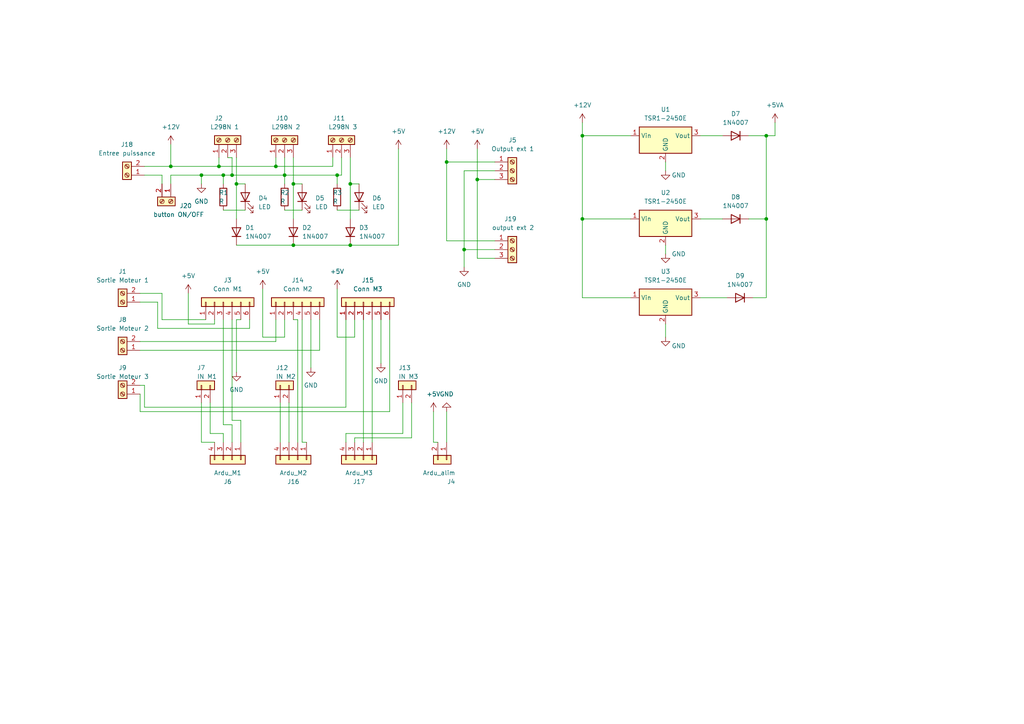
<source format=kicad_sch>
(kicad_sch (version 20230121) (generator eeschema)
  (paper "A4")
  (lib_symbols
    (symbol "Connector:Screw_Terminal_01x02" (pin_names (offset 1.016) hide)
      (property "Reference" "J" (at 0 2.54 0))
      (property "Value" "Screw_Terminal_01x02" (at 0 -5.08 0))
      (symbol "Screw_Terminal_01x02_1_1"
        (rectangle (start -1.27 1.27) (end 1.27 -3.81) (stroke (width 0.254)) (fill (type background)))
        (circle (center 0 -2.54) (radius 0.635) (stroke (width 0.1524)))
        (polyline (pts (xy -0.5334 -2.2098) (xy 0.3302 -3.048)) (stroke (width 0.1524)))
        (polyline (pts (xy -0.5334 0.3302) (xy 0.3302 -0.508)) (stroke (width 0.1524)))
        (polyline (pts (xy -0.3556 -2.032) (xy 0.508 -2.8702)) (stroke (width 0.1524)))
        (polyline (pts (xy -0.3556 0.508) (xy 0.508 -0.3302)) (stroke (width 0.1524)))
        (circle (center 0 0) (radius 0.635) (stroke (width 0.1524)))
        (pin passive line (at -5.08 0 0) (length 3.81) (name "Pin_1") (number "1"))
        (pin passive line (at -5.08 -2.54 0) (length 3.81) (name "Pin_2") (number "2"))
      )
    )
    (symbol "Connector:Screw_Terminal_01x03" (pin_names (offset 1.016) hide)
      (property "Reference" "J" (at 0 5.08 0))
      (property "Value" "Screw_Terminal_01x03" (at 0 -5.08 0))
      (symbol "Screw_Terminal_01x03_1_1"
        (rectangle (start -1.27 3.81) (end 1.27 -3.81) (stroke (width 0.254)) (fill (type background)))
        (circle (center 0 -2.54) (radius 0.635) (stroke (width 0.1524)))
        (polyline (pts (xy -0.5334 -2.2098) (xy 0.3302 -3.048)) (stroke (width 0.1524)))
        (polyline (pts (xy -0.5334 0.3302) (xy 0.3302 -0.508)) (stroke (width 0.1524)))
        (polyline (pts (xy -0.5334 2.8702) (xy 0.3302 2.032)) (stroke (width 0.1524)))
        (polyline (pts (xy -0.3556 -2.032) (xy 0.508 -2.8702)) (stroke (width 0.1524)))
        (polyline (pts (xy -0.3556 0.508) (xy 0.508 -0.3302)) (stroke (width 0.1524)))
        (polyline (pts (xy -0.3556 3.048) (xy 0.508 2.2098)) (stroke (width 0.1524)))
        (circle (center 0 0) (radius 0.635) (stroke (width 0.1524)))
        (circle (center 0 2.54) (radius 0.635) (stroke (width 0.1524)))
        (pin passive line (at -5.08 2.54 0) (length 3.81) (name "Pin_1") (number "1"))
        (pin passive line (at -5.08 0 0) (length 3.81) (name "Pin_2") (number "2"))
        (pin passive line (at -5.08 -2.54 0) (length 3.81) (name "Pin_3") (number "3"))
      )
    )
    (symbol "Connector_Generic:Conn_01x02" (pin_names (offset 1.016) hide)
      (property "Reference" "J" (at 0 2.54 0))
      (property "Value" "Conn_01x02" (at 0 -5.08 0))
      (symbol "Conn_01x02_1_1"
        (rectangle (start -1.27 -2.413) (end 0 -2.667) (stroke (width 0.1524)))
        (rectangle (start -1.27 0.127) (end 0 -0.127) (stroke (width 0.1524)))
        (rectangle (start -1.27 1.27) (end 1.27 -3.81) (stroke (width 0.254)) (fill (type background)))
        (pin passive line (at -5.08 0 0) (length 3.81) (name "Pin_1") (number "1"))
        (pin passive line (at -5.08 -2.54 0) (length 3.81) (name "Pin_2") (number "2"))
      )
    )
    (symbol "Connector_Generic:Conn_01x04" (pin_names (offset 1.016) hide)
      (property "Reference" "J" (at 0 5.08 0))
      (property "Value" "Conn_01x04" (at 0 -7.62 0))
      (symbol "Conn_01x04_1_1"
        (rectangle (start -1.27 -4.953) (end 0 -5.207) (stroke (width 0.1524)))
        (rectangle (start -1.27 -2.413) (end 0 -2.667) (stroke (width 0.1524)))
        (rectangle (start -1.27 0.127) (end 0 -0.127) (stroke (width 0.1524)))
        (rectangle (start -1.27 2.667) (end 0 2.413) (stroke (width 0.1524)))
        (rectangle (start -1.27 3.81) (end 1.27 -6.35) (stroke (width 0.254)) (fill (type background)))
        (pin passive line (at -5.08 2.54 0) (length 3.81) (name "Pin_1") (number "1"))
        (pin passive line (at -5.08 0 0) (length 3.81) (name "Pin_2") (number "2"))
        (pin passive line (at -5.08 -2.54 0) (length 3.81) (name "Pin_3") (number "3"))
        (pin passive line (at -5.08 -5.08 0) (length 3.81) (name "Pin_4") (number "4"))
      )
    )
    (symbol "Connector_Generic:Conn_01x06" (pin_names (offset 1.016) hide)
      (property "Reference" "J" (at 0 7.62 0))
      (property "Value" "Conn_01x06" (at 0 -10.16 0))
      (symbol "Conn_01x06_1_1"
        (rectangle (start -1.27 -7.493) (end 0 -7.747) (stroke (width 0.1524)))
        (rectangle (start -1.27 -4.953) (end 0 -5.207) (stroke (width 0.1524)))
        (rectangle (start -1.27 -2.413) (end 0 -2.667) (stroke (width 0.1524)))
        (rectangle (start -1.27 0.127) (end 0 -0.127) (stroke (width 0.1524)))
        (rectangle (start -1.27 2.667) (end 0 2.413) (stroke (width 0.1524)))
        (rectangle (start -1.27 5.207) (end 0 4.953) (stroke (width 0.1524)))
        (rectangle (start -1.27 6.35) (end 1.27 -8.89) (stroke (width 0.254)) (fill (type background)))
        (pin passive line (at -5.08 5.08 0) (length 3.81) (name "Pin_1") (number "1"))
        (pin passive line (at -5.08 2.54 0) (length 3.81) (name "Pin_2") (number "2"))
        (pin passive line (at -5.08 0 0) (length 3.81) (name "Pin_3") (number "3"))
        (pin passive line (at -5.08 -2.54 0) (length 3.81) (name "Pin_4") (number "4"))
        (pin passive line (at -5.08 -5.08 0) (length 3.81) (name "Pin_5") (number "5"))
        (pin passive line (at -5.08 -7.62 0) (length 3.81) (name "Pin_6") (number "6"))
      )
    )
    (symbol "Device:LED" (pin_numbers hide) (pin_names (offset 1.016) hide)
      (property "Reference" "D" (at 0 2.54 0))
      (property "Value" "LED" (at 0 -2.54 0))
      (symbol "LED_0_1"
        (polyline (pts (xy -1.27 -1.27) (xy -1.27 1.27)) (stroke (width 0.254)))
        (polyline (pts (xy -1.27 0) (xy 1.27 0)))
        (polyline (pts (xy 1.27 -1.27) (xy 1.27 1.27) (xy -1.27 0) (xy 1.27 -1.27)) (stroke (width 0.254)))
        (polyline (pts (xy -3.048 -0.762) (xy -4.572 -2.286) (xy -3.81 -2.286) (xy -4.572 -2.286) (xy -4.572 -1.524)))
        (polyline (pts (xy -1.778 -0.762) (xy -3.302 -2.286) (xy -2.54 -2.286) (xy -3.302 -2.286) (xy -3.302 -1.524)))
      )
      (symbol "LED_1_1"
        (pin passive line (at -3.81 0 0) (length 2.54) (name "K") (number "1"))
        (pin passive line (at 3.81 0 180) (length 2.54) (name "A") (number "2"))
      )
    )
    (symbol "Device:R" (pin_numbers hide) (pin_names (offset 0))
      (property "Reference" "R" (at 2.032 0 90))
      (property "Value" "R" (at 0 0 90))
      (symbol "R_0_1"
        (rectangle (start -1.016 -2.54) (end 1.016 2.54) (stroke (width 0.254)))
      )
      (symbol "R_1_1"
        (pin passive line (at 0 3.81 270) (length 1.27) (name "~") (number "1"))
        (pin passive line (at 0 -3.81 90) (length 1.27) (name "~") (number "2"))
      )
    )
    (symbol "Diode:1N4007" (pin_numbers hide) (pin_names hide)
      (property "Reference" "D" (at 0 2.54 0))
      (property "Value" "1N4007" (at 0 -2.54 0))
      (symbol "1N4007_0_1"
        (polyline (pts (xy -1.27 1.27) (xy -1.27 -1.27)) (stroke (width 0.254)))
        (polyline (pts (xy 1.27 0) (xy -1.27 0)))
        (polyline (pts (xy 1.27 1.27) (xy 1.27 -1.27) (xy -1.27 0) (xy 1.27 1.27)) (stroke (width 0.254)))
      )
      (symbol "1N4007_1_1"
        (pin passive line (at -3.81 0 0) (length 2.54) (name "K") (number "1"))
        (pin passive line (at 3.81 0 180) (length 2.54) (name "A") (number "2"))
      )
    )
    (symbol "Regulator_Switching:TSR1-2450E"
      (property "Reference" "U" (at -7.62 6.35 0))
      (property "Value" "TSR1-2450E" (at -3.81 6.35 0))
      (symbol "TSR1-2450E_0_1"
        (rectangle (start -7.62 5.08) (end 7.62 -2.54) (stroke (width 0.254)) (fill (type background)))
      )
      (symbol "TSR1-2450E_1_1"
        (pin power_in line (at -10.16 2.54 0) (length 2.54) (name "Vin") (number "1"))
        (pin power_in line (at 0 -5.08 90) (length 2.54) (name "GND") (number "2"))
        (pin power_out line (at 10.16 2.54 180) (length 2.54) (name "Vout") (number "3"))
      )
    )
    (symbol "power:+12V" (power) (pin_names (offset 0))
      (property "Value" "+12V" (at 0 3.556 0))
      (symbol "+12V_0_1"
        (polyline (pts (xy -0.762 1.27) (xy 0 2.54)))
        (polyline (pts (xy 0 0) (xy 0 2.54)))
        (polyline (pts (xy 0 2.54) (xy 0.762 1.27)))
      )
      (symbol "+12V_1_1"
        (pin power_in line (at 0 0 90) (length 0) hide (name "+12V") (number "1"))
      )
    )
    (symbol "power:+5V" (power) (pin_names (offset 0))
      (property "Value" "+5V" (at 0 3.556 0))
      (symbol "+5V_0_1"
        (polyline (pts (xy -0.762 1.27) (xy 0 2.54)))
        (polyline (pts (xy 0 0) (xy 0 2.54)))
        (polyline (pts (xy 0 2.54) (xy 0.762 1.27)))
      )
      (symbol "+5V_1_1"
        (pin power_in line (at 0 0 90) (length 0) hide (name "+5V") (number "1"))
      )
    )
    (symbol "power:+5VA" (power) (pin_names (offset 0))
      (property "Value" "+5VA" (at 0 3.556 0))
      (symbol "+5VA_0_1"
        (polyline (pts (xy -0.762 1.27) (xy 0 2.54)))
        (polyline (pts (xy 0 0) (xy 0 2.54)))
        (polyline (pts (xy 0 2.54) (xy 0.762 1.27)))
      )
      (symbol "+5VA_1_1"
        (pin power_in line (at 0 0 90) (length 0) hide (name "+5VA") (number "1"))
      )
    )
    (symbol "power:GND" (power) (pin_names (offset 0))
      (property "Value" "GND" (at 0 -3.81 0))
      (symbol "GND_0_1"
        (polyline (pts (xy 0 0) (xy 0 -1.27) (xy 1.27 -1.27) (xy 0 -2.54) (xy -1.27 -1.27) (xy 0 -1.27)))
      )
      (symbol "GND_1_1"
        (pin power_in line (at 0 0 270) (length 0) hide (name "GND") (number "1"))
      )
    )
  )
  (junction (at 63.5 48.26))
  (junction (at 82.55 50.8))
  (junction (at 80.01 48.26))
  (junction (at 168.91 63.5))
  (junction (at 68.58 53.34))
  (junction (at 85.09 71.12))
  (junction (at 168.91 39.37))
  (junction (at 101.6 71.12))
  (junction (at 101.6 53.34))
  (junction (at 222.25 39.37))
  (junction (at 67.31 50.8))
  (junction (at 64.77 50.8))
  (junction (at 129.54 46.99))
  (junction (at 58.42 50.8))
  (junction (at 85.09 53.34))
  (junction (at 138.43 52.07))
  (junction (at 49.53 48.26))
  (junction (at 97.79 50.8))
  (junction (at 222.25 63.5))
  (junction (at 134.62 72.39))
  (wire (pts (xy 143.51 69.85) (xy 129.54 69.85)))
  (wire (pts (xy 58.42 116.84) (xy 58.42 128.27)))
  (wire (pts (xy 101.6 53.34) (xy 104.14 53.34)))
  (wire (pts (xy 67.31 123.19) (xy 67.31 128.27)))
  (wire (pts (xy 49.53 50.8) (xy 58.42 50.8)))
  (wire (pts (xy 100.33 125.73) (xy 100.33 128.27)))
  (wire (pts (xy 110.49 92.71) (xy 110.49 105.41)))
  (wire (pts (xy 113.03 119.38) (xy 113.03 92.71)))
  (wire (pts (xy 97.79 60.96) (xy 104.14 60.96)))
  (wire (pts (xy 116.84 125.73) (xy 100.33 125.73)))
  (wire (pts (xy 64.77 60.96) (xy 71.12 60.96)))
  (wire (pts (xy 82.55 50.8) (xy 82.55 53.34)))
  (wire (pts (xy 193.04 71.12) (xy 193.04 73.66)))
  (wire (pts (xy 41.91 48.26) (xy 49.53 48.26)))
  (wire (pts (xy 97.79 83.82) (xy 97.79 97.79)))
  (wire (pts (xy 96.52 45.72) (xy 96.52 48.26)))
  (wire (pts (xy 129.54 43.18) (xy 129.54 46.99)))
  (wire (pts (xy 168.91 39.37) (xy 168.91 63.5)))
  (wire (pts (xy 68.58 53.34) (xy 71.12 53.34)))
  (wire (pts (xy 217.17 39.37) (xy 222.25 39.37)))
  (wire (pts (xy 69.85 121.92) (xy 67.31 121.92)))
  (wire (pts (xy 60.96 125.73) (xy 64.77 125.73)))
  (wire (pts (xy 138.43 52.07) (xy 138.43 43.18)))
  (wire (pts (xy 222.25 86.36) (xy 222.25 63.5)))
  (wire (pts (xy 224.79 39.37) (xy 222.25 39.37)))
  (wire (pts (xy 134.62 72.39) (xy 143.51 72.39)))
  (wire (pts (xy 40.64 101.6) (xy 92.71 101.6)))
  (wire (pts (xy 129.54 69.85) (xy 129.54 46.99)))
  (wire (pts (xy 87.63 92.71) (xy 87.63 128.27)))
  (wire (pts (xy 168.91 86.36) (xy 168.91 63.5)))
  (wire (pts (xy 81.28 116.84) (xy 81.28 128.27)))
  (wire (pts (xy 134.62 49.53) (xy 143.51 49.53)))
  (wire (pts (xy 90.17 92.71) (xy 90.17 106.68)))
  (wire (pts (xy 49.53 41.91) (xy 49.53 48.26)))
  (wire (pts (xy 85.09 53.34) (xy 87.63 53.34)))
  (wire (pts (xy 82.55 50.8) (xy 97.79 50.8)))
  (wire (pts (xy 138.43 52.07) (xy 143.51 52.07)))
  (wire (pts (xy 168.91 39.37) (xy 182.88 39.37)))
  (wire (pts (xy 64.77 123.19) (xy 67.31 123.19)))
  (wire (pts (xy 203.2 39.37) (xy 209.55 39.37)))
  (wire (pts (xy 119.38 127) (xy 119.38 116.84)))
  (wire (pts (xy 125.73 119.38) (xy 125.73 128.27)))
  (wire (pts (xy 138.43 74.93) (xy 138.43 52.07)))
  (wire (pts (xy 80.01 92.71) (xy 80.01 99.06)))
  (wire (pts (xy 46.99 85.09) (xy 40.64 85.09)))
  (wire (pts (xy 64.77 125.73) (xy 64.77 128.27)))
  (wire (pts (xy 134.62 77.47) (xy 134.62 72.39)))
  (wire (pts (xy 69.85 128.27) (xy 69.85 121.92)))
  (wire (pts (xy 45.72 95.25) (xy 45.72 87.63)))
  (wire (pts (xy 64.77 92.71) (xy 64.77 123.19)))
  (wire (pts (xy 82.55 60.96) (xy 87.63 60.96)))
  (wire (pts (xy 76.2 97.79) (xy 76.2 83.82)))
  (wire (pts (xy 72.39 92.71) (xy 72.39 95.25)))
  (wire (pts (xy 222.25 39.37) (xy 222.25 63.5)))
  (wire (pts (xy 58.42 50.8) (xy 64.77 50.8)))
  (wire (pts (xy 193.04 93.98) (xy 193.04 97.79)))
  (wire (pts (xy 105.41 92.71) (xy 105.41 128.27)))
  (wire (pts (xy 222.25 86.36) (xy 218.44 86.36)))
  (wire (pts (xy 115.57 71.12) (xy 101.6 71.12)))
  (wire (pts (xy 100.33 92.71) (xy 100.33 118.11)))
  (wire (pts (xy 68.58 71.12) (xy 85.09 71.12)))
  (wire (pts (xy 107.95 92.71) (xy 107.95 128.27)))
  (wire (pts (xy 97.79 50.8) (xy 99.06 50.8)))
  (wire (pts (xy 46.99 92.71) (xy 46.99 85.09)))
  (wire (pts (xy 83.82 116.84) (xy 83.82 128.27)))
  (wire (pts (xy 41.91 111.76) (xy 41.91 118.11)))
  (wire (pts (xy 92.71 92.71) (xy 92.71 101.6)))
  (wire (pts (xy 85.09 71.12) (xy 101.6 71.12)))
  (wire (pts (xy 67.31 121.92) (xy 67.31 92.71)))
  (wire (pts (xy 82.55 97.79) (xy 76.2 97.79)))
  (wire (pts (xy 99.06 45.72) (xy 99.06 50.8)))
  (wire (pts (xy 143.51 74.93) (xy 138.43 74.93)))
  (wire (pts (xy 67.31 45.72) (xy 66.04 45.72)))
  (wire (pts (xy 115.57 43.18) (xy 115.57 71.12)))
  (wire (pts (xy 68.58 92.71) (xy 69.85 92.71)))
  (wire (pts (xy 116.84 116.84) (xy 116.84 125.73)))
  (wire (pts (xy 224.79 35.56) (xy 224.79 39.37)))
  (wire (pts (xy 193.04 46.99) (xy 193.04 49.53)))
  (wire (pts (xy 129.54 119.38) (xy 129.54 128.27)))
  (wire (pts (xy 102.87 127) (xy 119.38 127)))
  (wire (pts (xy 64.77 50.8) (xy 64.77 53.34)))
  (wire (pts (xy 134.62 72.39) (xy 134.62 49.53)))
  (wire (pts (xy 168.91 35.56) (xy 168.91 39.37)))
  (wire (pts (xy 85.09 45.72) (xy 85.09 53.34)))
  (wire (pts (xy 86.36 128.27) (xy 86.36 92.71)))
  (wire (pts (xy 58.42 50.8) (xy 58.42 53.34)))
  (wire (pts (xy 182.88 63.5) (xy 168.91 63.5)))
  (wire (pts (xy 40.64 87.63) (xy 45.72 87.63)))
  (wire (pts (xy 58.42 128.27) (xy 62.23 128.27)))
  (wire (pts (xy 97.79 97.79) (xy 102.87 97.79)))
  (wire (pts (xy 59.69 92.71) (xy 46.99 92.71)))
  (wire (pts (xy 203.2 86.36) (xy 210.82 86.36)))
  (wire (pts (xy 82.55 92.71) (xy 82.55 97.79)))
  (wire (pts (xy 67.31 50.8) (xy 67.31 45.72)))
  (wire (pts (xy 68.58 53.34) (xy 68.58 63.5)))
  (wire (pts (xy 80.01 48.26) (xy 63.5 48.26)))
  (wire (pts (xy 46.99 53.34) (xy 46.99 50.8)))
  (wire (pts (xy 82.55 45.72) (xy 82.55 50.8)))
  (wire (pts (xy 80.01 99.06) (xy 40.64 99.06)))
  (wire (pts (xy 203.2 63.5) (xy 209.55 63.5)))
  (wire (pts (xy 100.33 118.11) (xy 41.91 118.11)))
  (wire (pts (xy 64.77 50.8) (xy 67.31 50.8)))
  (wire (pts (xy 40.64 119.38) (xy 40.64 114.3)))
  (wire (pts (xy 41.91 50.8) (xy 46.99 50.8)))
  (wire (pts (xy 68.58 45.72) (xy 68.58 53.34)))
  (wire (pts (xy 54.61 93.98) (xy 62.23 93.98)))
  (wire (pts (xy 129.54 46.99) (xy 143.51 46.99)))
  (wire (pts (xy 96.52 48.26) (xy 80.01 48.26)))
  (wire (pts (xy 217.17 63.5) (xy 222.25 63.5)))
  (wire (pts (xy 49.53 53.34) (xy 49.53 50.8)))
  (wire (pts (xy 102.87 97.79) (xy 102.87 92.71)))
  (wire (pts (xy 40.64 119.38) (xy 113.03 119.38)))
  (wire (pts (xy 86.36 92.71) (xy 85.09 92.71)))
  (wire (pts (xy 82.55 50.8) (xy 67.31 50.8)))
  (wire (pts (xy 125.73 128.27) (xy 127 128.27)))
  (wire (pts (xy 97.79 50.8) (xy 97.79 53.34)))
  (wire (pts (xy 68.58 107.95) (xy 68.58 92.71)))
  (wire (pts (xy 87.63 128.27) (xy 88.9 128.27)))
  (wire (pts (xy 60.96 116.84) (xy 60.96 125.73)))
  (wire (pts (xy 54.61 85.09) (xy 54.61 93.98)))
  (wire (pts (xy 102.87 128.27) (xy 102.87 127)))
  (wire (pts (xy 72.39 95.25) (xy 45.72 95.25)))
  (wire (pts (xy 182.88 86.36) (xy 168.91 86.36)))
  (wire (pts (xy 101.6 53.34) (xy 101.6 63.5)))
  (wire (pts (xy 41.91 111.76) (xy 40.64 111.76)))
  (wire (pts (xy 85.09 53.34) (xy 85.09 63.5)))
  (wire (pts (xy 63.5 48.26) (xy 63.5 45.72)))
  (wire (pts (xy 62.23 93.98) (xy 62.23 92.71)))
  (wire (pts (xy 101.6 45.72) (xy 101.6 53.34)))
  (wire (pts (xy 80.01 45.72) (xy 80.01 48.26)))
  (wire (pts (xy 49.53 48.26) (xy 63.5 48.26)))
  (symbol (lib_id "Device:R") (at 82.55 57.15 0) (unit 1)
    (property "Reference" "R2" (at 81.28 55.88 0) (effects (justify left)))
    (property "Value" "R" (at 81.28 58.42 0) (effects (justify left)))
    (property "Footprint" "Resistor_THT:R_Axial_DIN0207_L6.3mm_D2.5mm_P10.16mm_Horizontal" (effects hide))
  )
  (symbol (lib_id "Diode:1N4007") (at 68.58 67.31 90) (unit 1)
    (property "Reference" "D1" (at 71.12 66.04 90) (effects (justify right)))
    (property "Value" "1N4007" (at 71.12 68.58 90) (effects (justify right)))
    (property "Footprint" "Diode_THT:D_DO-41_SOD81_P10.16mm_Horizontal" (effects hide))
    (property "Datasheet" "http://www.vishay.com/docs/88503/1n4001.pdf" (effects hide))
    (property "Sim.Device" "D" (effects hide))
    (property "Sim.Pins" "1=K 2=A" (effects hide))
  )
  (symbol (lib_id "power:+12V") (at 129.54 43.18 0) (unit 1)
    (property "Reference" "#PWR04" (effects hide))
    (property "Value" "+12V" (at 129.54 38.1 0))
  )
  (symbol (lib_id "Regulator_Switching:TSR1-2450E") (at 193.04 88.9 0) (unit 1)
    (property "Reference" "U3" (at 193.04 78.74 0))
    (property "Value" "TSR1-2450E" (at 193.04 81.28 0))
    (property "Footprint" "Converter_DCDC:Converter_DCDC_TRACO_TSR1-xxxxE_THT" (effects hide))
    (property "Datasheet" "https://www.tracopower.com/products/tsr1e.pdf" (effects hide))
  )
  (symbol (lib_id "power:+12V") (at 49.53 41.91 0) (unit 1)
    (property "Reference" "#PWR01" (effects hide))
    (property "Value" "+12V" (at 49.53 36.83 0))
  )
  (symbol (lib_id "Device:LED") (at 104.14 57.15 90) (unit 1)
    (property "Reference" "D6" (at 107.95 57.4675 90) (effects (justify right)))
    (property "Value" "LED" (at 107.95 60.0075 90) (effects (justify right)))
    (property "Footprint" "LED_THT:LED_D5.0mm" (effects hide))
  )
  (symbol (lib_id "Connector:Screw_Terminal_01x02") (at 36.83 50.8 180) (unit 1)
    (property "Reference" "J18" (at 36.83 41.91 0))
    (property "Value" "Entree puissance" (at 36.83 44.45 0))
    (property "Footprint" "TerminalBlock:TerminalBlock_bornier-2_P5.08mm" (effects hide))
  )
  (symbol (lib_id "Device:LED") (at 71.12 57.15 90) (unit 1)
    (property "Reference" "D4" (at 74.93 57.4675 90) (effects (justify right)))
    (property "Value" "LED" (at 74.93 60.0075 90) (effects (justify right)))
    (property "Footprint" "LED_THT:LED_D5.0mm" (effects hide))
  )
  (symbol (lib_id "Connector:Screw_Terminal_01x03") (at 148.59 72.39 0) (unit 1)
    (property "Reference" "J19" (at 149.86 63.5 0) (effects (justify right)))
    (property "Value" "output ext 2" (at 154.94 66.04 0) (effects (justify right)))
    (property "Footprint" "TerminalBlock:TerminalBlock_bornier-3_P5.08mm" (effects hide))
  )
  (symbol (lib_id "Regulator_Switching:TSR1-2450E") (at 193.04 41.91 0) (unit 1)
    (property "Reference" "U1" (at 193.04 31.75 0))
    (property "Value" "TSR1-2450E" (at 193.04 34.29 0))
    (property "Footprint" "Converter_DCDC:Converter_DCDC_TRACO_TSR1-xxxxE_THT" (effects hide))
    (property "Datasheet" "https://www.tracopower.com/products/tsr1e.pdf" (effects hide))
  )
  (symbol (lib_id "power:+5V") (at 138.43 43.18 0) (unit 1)
    (property "Reference" "#PWR06" (effects hide))
    (property "Value" "+5V" (at 138.43 38.1 0))
  )
  (symbol (lib_id "power:GND") (at 68.58 107.95 0) (unit 1)
    (property "Reference" "#PWR012" (effects hide))
    (property "Value" "GND" (at 68.58 113.03 0))
  )
  (symbol (lib_id "power:GND") (at 58.42 53.34 0) (unit 1)
    (property "Reference" "#PWR02" (effects hide))
    (property "Value" "GND" (at 58.42 58.42 0))
  )
  (symbol (lib_id "power:GND") (at 134.62 77.47 0) (unit 1)
    (property "Reference" "#PWR05" (effects hide))
    (property "Value" "GND" (at 134.62 82.55 0))
  )
  (symbol (lib_id "Connector_Generic:Conn_01x06") (at 105.41 87.63 90) (unit 1)
    (property "Reference" "J15" (at 106.68 81.28 90))
    (property "Value" "Conn M3" (at 106.68 83.82 90))
    (property "Footprint" "Connector_Molex:Molex_KK-254_AE-6410-06A_1x06_P2.54mm_Vertical" (effects hide))
  )
  (symbol (lib_id "power:GND") (at 90.17 106.68 0) (unit 1)
    (property "Reference" "#PWR011" (effects hide))
    (property "Value" "GND" (at 90.17 111.76 0))
  )
  (symbol (lib_id "Connector:Screw_Terminal_01x03") (at 148.59 49.53 0) (unit 1)
    (property "Reference" "J5" (at 149.86 40.64 0) (effects (justify right)))
    (property "Value" "Output ext 1" (at 154.94 43.18 0) (effects (justify right)))
    (property "Footprint" "TerminalBlock:TerminalBlock_bornier-3_P5.08mm" (effects hide))
  )
  (symbol (lib_id "Connector_Generic:Conn_01x02") (at 129.54 133.35 270) (unit 1)
    (property "Reference" "J4" (at 132.08 139.7 90) (effects (justify right)))
    (property "Value" "Ardu_alim" (at 132.08 137.16 90) (effects (justify right)))
    (property "Footprint" "Connector_PinSocket_2.54mm:PinSocket_1x02_P2.54mm_Vertical" (effects hide))
  )
  (symbol (lib_id "Device:R") (at 97.79 57.15 0) (unit 1)
    (property "Reference" "R3" (at 96.52 55.88 0) (effects (justify left)))
    (property "Value" "R" (at 96.52 58.42 0) (effects (justify left)))
    (property "Footprint" "Resistor_THT:R_Axial_DIN0207_L6.3mm_D2.5mm_P10.16mm_Horizontal" (effects hide))
  )
  (symbol (lib_id "Connector:Screw_Terminal_01x03") (at 82.55 40.64 90) (unit 1)
    (property "Reference" "J10" (at 80.01 34.29 90) (effects (justify right)))
    (property "Value" "L298N 2" (at 78.74 36.83 90) (effects (justify right)))
    (property "Footprint" "TerminalBlock:TerminalBlock_bornier-3_P5.08mm" (effects hide))
  )
  (symbol (lib_id "Connector_Generic:Conn_01x04") (at 105.41 133.35 270) (unit 1)
    (property "Reference" "J17" (at 104.14 139.7 90))
    (property "Value" "Ardu_M3" (at 104.14 137.16 90))
    (property "Footprint" "Connector_PinSocket_2.54mm:PinSocket_1x04_P2.54mm_Vertical" (effects hide))
  )
  (symbol (lib_id "Diode:1N4007") (at 213.36 63.5 180) (unit 1)
    (property "Reference" "D8" (at 213.36 57.15 0))
    (property "Value" "1N4007" (at 213.36 59.69 0))
    (property "Footprint" "Diode_THT:D_DO-41_SOD81_P10.16mm_Horizontal" (effects hide))
    (property "Datasheet" "http://www.vishay.com/docs/88503/1n4001.pdf" (effects hide))
    (property "Sim.Device" "D" (effects hide))
    (property "Sim.Pins" "1=K 2=A" (effects hide))
  )
  (symbol (lib_id "Diode:1N4007") (at 101.6 67.31 90) (unit 1)
    (property "Reference" "D3" (at 104.14 66.04 90) (effects (justify right)))
    (property "Value" "1N4007" (at 104.14 68.58 90) (effects (justify right)))
    (property "Footprint" "Diode_THT:D_DO-41_SOD81_P10.16mm_Horizontal" (effects hide))
    (property "Datasheet" "http://www.vishay.com/docs/88503/1n4001.pdf" (effects hide))
    (property "Sim.Device" "D" (effects hide))
    (property "Sim.Pins" "1=K 2=A" (effects hide))
  )
  (symbol (lib_id "Connector_Generic:Conn_01x04") (at 86.36 133.35 270) (unit 1)
    (property "Reference" "J16" (at 85.09 139.7 90))
    (property "Value" "Ardu_M2" (at 85.09 137.16 90))
    (property "Footprint" "Connector_PinSocket_2.54mm:PinSocket_1x04_P2.54mm_Vertical" (effects hide))
  )
  (symbol (lib_id "Connector:Screw_Terminal_01x02") (at 49.53 58.42 270) (unit 1)
    (property "Reference" "J20" (at 52.07 59.69 90) (effects (justify left)))
    (property "Value" "button ON/OFF" (at 44.45 62.23 90) (effects (justify left)))
    (property "Footprint" "TerminalBlock:TerminalBlock_bornier-2_P5.08mm" (effects hide))
  )
  (symbol (lib_id "power:+5V") (at 76.2 83.82 0) (unit 1)
    (property "Reference" "#PWR08" (effects hide))
    (property "Value" "+5V" (at 76.2 78.74 0))
  )
  (symbol (lib_id "power:+5V") (at 54.61 85.09 0) (unit 1)
    (property "Reference" "#PWR07" (effects hide))
    (property "Value" "+5V" (at 54.61 80.01 0))
  )
  (symbol (lib_id "Device:LED") (at 87.63 57.15 90) (unit 1)
    (property "Reference" "D5" (at 91.44 57.4675 90) (effects (justify right)))
    (property "Value" "LED" (at 91.44 60.0075 90) (effects (justify right)))
    (property "Footprint" "LED_THT:LED_D5.0mm" (effects hide))
  )
  (symbol (lib_id "Connector:Screw_Terminal_01x03") (at 99.06 40.64 90) (unit 1)
    (property "Reference" "J11" (at 96.52 34.29 90) (effects (justify right)))
    (property "Value" "L298N 3" (at 95.25 36.83 90) (effects (justify right)))
    (property "Footprint" "TerminalBlock:TerminalBlock_bornier-3_P5.08mm" (effects hide))
  )
  (symbol (lib_id "Connector_Generic:Conn_01x06") (at 85.09 87.63 90) (unit 1)
    (property "Reference" "J14" (at 86.36 81.28 90))
    (property "Value" "Conn M2" (at 86.36 83.82 90))
    (property "Footprint" "Connector_Molex:Molex_KK-254_AE-6410-06A_1x06_P2.54mm_Vertical" (effects hide))
  )
  (symbol (lib_id "Regulator_Switching:TSR1-2450E") (at 193.04 66.04 0) (unit 1)
    (property "Reference" "U2" (at 193.04 55.88 0))
    (property "Value" "TSR1-2450E" (at 193.04 58.42 0))
    (property "Footprint" "Converter_DCDC:Converter_DCDC_TRACO_TSR1-xxxxE_THT" (effects hide))
    (property "Datasheet" "https://www.tracopower.com/products/tsr1e.pdf" (effects hide))
  )
  (symbol (lib_id "power:GND") (at 110.49 105.41 0) (unit 1)
    (property "Reference" "#PWR010" (effects hide))
    (property "Value" "GND" (at 110.49 110.49 0))
  )
  (symbol (lib_id "power:+5V") (at 115.57 43.18 0) (unit 1)
    (property "Reference" "#PWR03" (effects hide))
    (property "Value" "+5V" (at 115.57 38.1 0))
  )
  (symbol (lib_id "Connector:Screw_Terminal_01x02") (at 35.56 101.6 180) (unit 1)
    (property "Reference" "J8" (at 35.56 92.71 0))
    (property "Value" "Sortie Moteur 2" (at 35.56 95.25 0))
    (property "Footprint" "TerminalBlock:TerminalBlock_bornier-2_P5.08mm" (effects hide))
  )
  (symbol (lib_id "power:+5VA") (at 224.79 35.56 0) (unit 1)
    (property "Reference" "#PWR019" (effects hide))
    (property "Value" "+5VA" (at 224.79 30.48 0))
  )
  (symbol (lib_id "Connector_Generic:Conn_01x06") (at 64.77 87.63 90) (unit 1)
    (property "Reference" "J3" (at 66.04 81.28 90))
    (property "Value" "Conn M1" (at 66.04 83.82 90))
    (property "Footprint" "Connector_Molex:Molex_KK-254_AE-6410-06A_1x06_P2.54mm_Vertical" (effects hide))
  )
  (symbol (lib_id "Connector:Screw_Terminal_01x03") (at 66.04 40.64 90) (unit 1)
    (property "Reference" "J2" (at 62.23 34.29 90) (effects (justify right)))
    (property "Value" "L298N 1" (at 60.96 36.83 90) (effects (justify right)))
    (property "Footprint" "TerminalBlock:TerminalBlock_bornier-3_P5.08mm" (effects hide))
  )
  (symbol (lib_id "Connector:Screw_Terminal_01x02") (at 35.56 114.3 180) (unit 1)
    (property "Reference" "J9" (at 35.56 106.68 0))
    (property "Value" "Sortie Moteur 3" (at 35.56 109.22 0))
    (property "Footprint" "TerminalBlock:TerminalBlock_bornier-2_P5.08mm" (effects hide))
  )
  (symbol (lib_id "power:GND") (at 193.04 73.66 0) (unit 1)
    (property "Reference" "#PWR017" (effects hide))
    (property "Value" "GND" (at 196.85 73.66 0))
  )
  (symbol (lib_id "Diode:1N4007") (at 85.09 67.31 90) (unit 1)
    (property "Reference" "D2" (at 87.63 66.04 90) (effects (justify right)))
    (property "Value" "1N4007" (at 87.63 68.58 90) (effects (justify right)))
    (property "Footprint" "Diode_THT:D_DO-41_SOD81_P10.16mm_Horizontal" (effects hide))
    (property "Datasheet" "http://www.vishay.com/docs/88503/1n4001.pdf" (effects hide))
    (property "Sim.Device" "D" (effects hide))
    (property "Sim.Pins" "1=K 2=A" (effects hide))
  )
  (symbol (lib_id "Connector_Generic:Conn_01x02") (at 81.28 111.76 90) (unit 1)
    (property "Reference" "J12" (at 80.01 106.68 90) (effects (justify right)))
    (property "Value" "IN M2" (at 80.01 109.22 90) (effects (justify right)))
    (property "Footprint" "Connector_PinSocket_2.54mm:PinSocket_1x02_P2.54mm_Vertical" (effects hide))
  )
  (symbol (lib_id "power:GND") (at 193.04 97.79 0) (unit 1)
    (property "Reference" "#PWR016" (effects hide))
    (property "Value" "GND" (at 196.85 100.33 0))
  )
  (symbol (lib_id "Connector_Generic:Conn_01x02") (at 116.84 111.76 90) (unit 1)
    (property "Reference" "J13" (at 115.57 106.68 90) (effects (justify right)))
    (property "Value" "IN M3" (at 115.57 109.22 90) (effects (justify right)))
    (property "Footprint" "Connector_PinSocket_2.54mm:PinSocket_1x02_P2.54mm_Vertical" (effects hide))
  )
  (symbol (lib_id "Connector_Generic:Conn_01x04") (at 67.31 133.35 270) (unit 1)
    (property "Reference" "J6" (at 66.04 139.7 90))
    (property "Value" "Ardu_M1" (at 66.04 137.16 90))
    (property "Footprint" "Connector_PinSocket_2.54mm:PinSocket_1x04_P2.54mm_Vertical" (effects hide))
  )
  (symbol (lib_id "power:GND") (at 129.54 119.38 180) (unit 1)
    (property "Reference" "#PWR013" (effects hide))
    (property "Value" "GND" (at 129.54 114.3 0))
  )
  (symbol (lib_id "power:+5V") (at 97.79 83.82 0) (unit 1)
    (property "Reference" "#PWR09" (effects hide))
    (property "Value" "+5V" (at 97.79 78.74 0))
  )
  (symbol (lib_id "Device:R") (at 64.77 57.15 0) (unit 1)
    (property "Reference" "R1" (at 63.5 55.88 0) (effects (justify left)))
    (property "Value" "R" (at 63.5 58.42 0) (effects (justify left)))
    (property "Footprint" "Resistor_THT:R_Axial_DIN0207_L6.3mm_D2.5mm_P10.16mm_Horizontal" (effects hide))
  )
  (symbol (lib_id "Connector:Screw_Terminal_01x02") (at 35.56 87.63 180) (unit 1)
    (property "Reference" "J1" (at 35.56 78.74 0))
    (property "Value" "Sortie Moteur 1" (at 35.56 81.28 0))
    (property "Footprint" "TerminalBlock:TerminalBlock_bornier-2_P5.08mm" (effects hide))
  )
  (symbol (lib_id "power:+5V") (at 125.73 119.38 0) (unit 1)
    (property "Reference" "#PWR014" (effects hide))
    (property "Value" "+5V" (at 125.73 114.3 0))
  )
  (symbol (lib_id "Diode:1N4007") (at 214.63 86.36 180) (unit 1)
    (property "Reference" "D9" (at 214.63 80.01 0))
    (property "Value" "1N4007" (at 214.63 82.55 0))
    (property "Footprint" "Diode_THT:D_DO-41_SOD81_P10.16mm_Horizontal" (effects hide))
    (property "Datasheet" "http://www.vishay.com/docs/88503/1n4001.pdf" (effects hide))
    (property "Sim.Device" "D" (effects hide))
    (property "Sim.Pins" "1=K 2=A" (effects hide))
  )
  (symbol (lib_id "Connector_Generic:Conn_01x02") (at 58.42 111.76 90) (unit 1)
    (property "Reference" "J7" (at 57.15 106.68 90) (effects (justify right)))
    (property "Value" "IN M1" (at 57.15 109.22 90) (effects (justify right)))
    (property "Footprint" "Connector_PinSocket_2.54mm:PinSocket_1x02_P2.54mm_Vertical" (effects hide))
  )
  (symbol (lib_id "Diode:1N4007") (at 213.36 39.37 180) (unit 1)
    (property "Reference" "D7" (at 213.36 33.02 0))
    (property "Value" "1N4007" (at 213.36 35.56 0))
    (property "Footprint" "Diode_THT:D_DO-41_SOD81_P10.16mm_Horizontal" (effects hide))
    (property "Datasheet" "http://www.vishay.com/docs/88503/1n4001.pdf" (effects hide))
    (property "Sim.Device" "D" (effects hide))
    (property "Sim.Pins" "1=K 2=A" (effects hide))
  )
  (symbol (lib_id "power:GND") (at 193.04 49.53 0) (unit 1)
    (property "Reference" "#PWR018" (effects hide))
    (property "Value" "GND" (at 196.85 50.8 0))
  )
  (symbol (lib_id "power:+12V") (at 168.91 35.56 0) (unit 1)
    (property "Reference" "#PWR015" (effects hide))
    (property "Value" "+12V" (at 168.91 30.48 0))
  )
)
</source>
